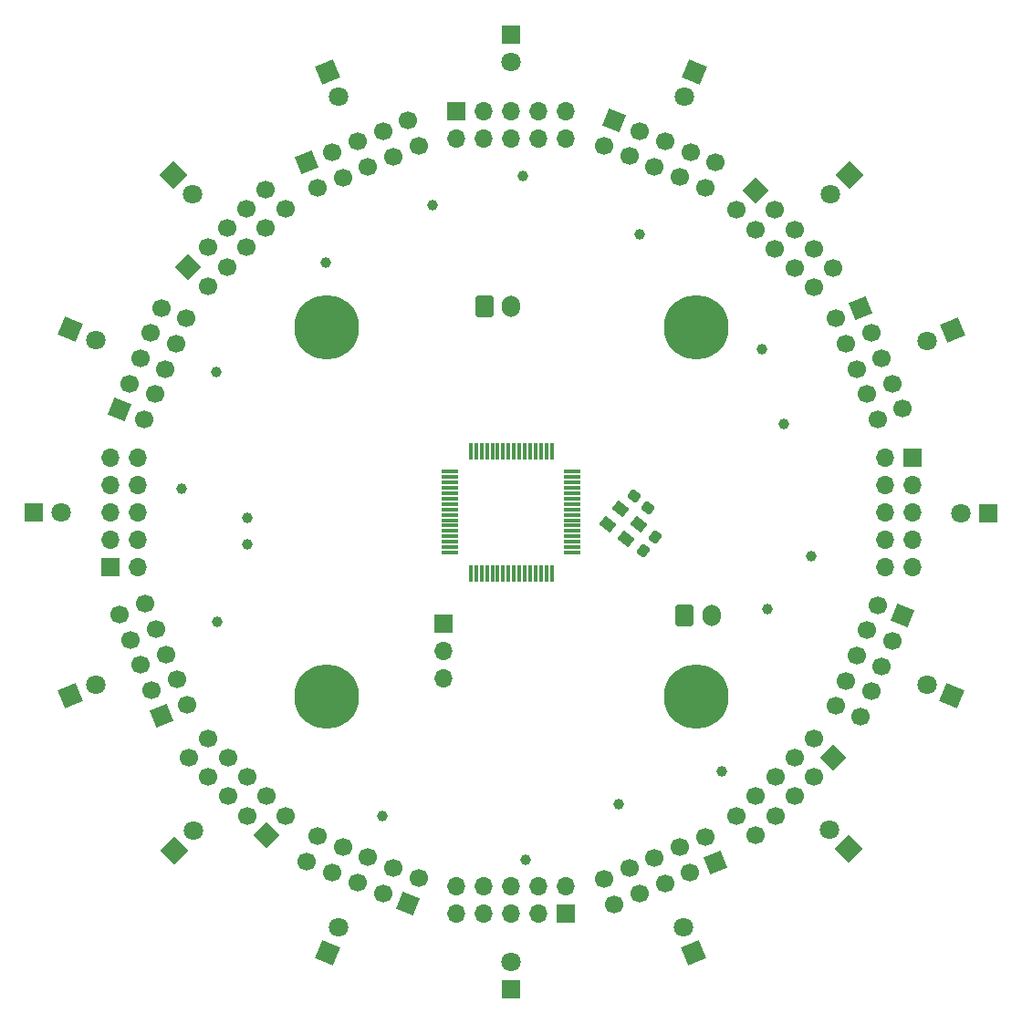
<source format=gbs>
G04 #@! TF.GenerationSoftware,KiCad,Pcbnew,(6.0.8)*
G04 #@! TF.CreationDate,2022-11-17T16:59:53+01:00*
G04 #@! TF.ProjectId,detection_pcb,64657465-6374-4696-9f6e-5f7063622e6b,rev?*
G04 #@! TF.SameCoordinates,Original*
G04 #@! TF.FileFunction,Soldermask,Bot*
G04 #@! TF.FilePolarity,Negative*
%FSLAX46Y46*%
G04 Gerber Fmt 4.6, Leading zero omitted, Abs format (unit mm)*
G04 Created by KiCad (PCBNEW (6.0.8)) date 2022-11-17 16:59:53*
%MOMM*%
%LPD*%
G01*
G04 APERTURE LIST*
G04 Aperture macros list*
%AMRoundRect*
0 Rectangle with rounded corners*
0 $1 Rounding radius*
0 $2 $3 $4 $5 $6 $7 $8 $9 X,Y pos of 4 corners*
0 Add a 4 corners polygon primitive as box body*
4,1,4,$2,$3,$4,$5,$6,$7,$8,$9,$2,$3,0*
0 Add four circle primitives for the rounded corners*
1,1,$1+$1,$2,$3*
1,1,$1+$1,$4,$5*
1,1,$1+$1,$6,$7*
1,1,$1+$1,$8,$9*
0 Add four rect primitives between the rounded corners*
20,1,$1+$1,$2,$3,$4,$5,0*
20,1,$1+$1,$4,$5,$6,$7,0*
20,1,$1+$1,$6,$7,$8,$9,0*
20,1,$1+$1,$8,$9,$2,$3,0*%
%AMHorizOval*
0 Thick line with rounded ends*
0 $1 width*
0 $2 $3 position (X,Y) of the first rounded end (center of the circle)*
0 $4 $5 position (X,Y) of the second rounded end (center of the circle)*
0 Add line between two ends*
20,1,$1,$2,$3,$4,$5,0*
0 Add two circle primitives to create the rounded ends*
1,1,$1,$2,$3*
1,1,$1,$4,$5*%
%AMRotRect*
0 Rectangle, with rotation*
0 The origin of the aperture is its center*
0 $1 length*
0 $2 width*
0 $3 Rotation angle, in degrees counterclockwise*
0 Add horizontal line*
21,1,$1,$2,0,0,$3*%
G04 Aperture macros list end*
%ADD10RoundRect,0.250000X-0.600000X-0.750000X0.600000X-0.750000X0.600000X0.750000X-0.600000X0.750000X0*%
%ADD11O,1.700000X2.000000*%
%ADD12RotRect,1.700000X1.700000X157.500000*%
%ADD13HorizOval,1.700000X0.000000X0.000000X0.000000X0.000000X0*%
%ADD14RotRect,1.700000X1.700000X22.500000*%
%ADD15HorizOval,1.700000X0.000000X0.000000X0.000000X0.000000X0*%
%ADD16C,6.000000*%
%ADD17RotRect,1.700000X1.700000X45.000000*%
%ADD18HorizOval,1.700000X0.000000X0.000000X0.000000X0.000000X0*%
%ADD19RotRect,1.700000X1.700000X67.500000*%
%ADD20HorizOval,1.700000X0.000000X0.000000X0.000000X0.000000X0*%
%ADD21R,1.700000X1.700000*%
%ADD22O,1.700000X1.700000*%
%ADD23RotRect,1.700000X1.700000X292.500000*%
%ADD24HorizOval,1.700000X0.000000X0.000000X0.000000X0.000000X0*%
%ADD25RotRect,1.700000X1.700000X202.500000*%
%ADD26HorizOval,1.700000X0.000000X0.000000X0.000000X0.000000X0*%
%ADD27RotRect,1.700000X1.700000X112.500000*%
%ADD28HorizOval,1.700000X0.000000X0.000000X0.000000X0.000000X0*%
%ADD29RotRect,1.700000X1.700000X225.000000*%
%ADD30HorizOval,1.700000X0.000000X0.000000X0.000000X0.000000X0*%
%ADD31RotRect,1.700000X1.700000X135.000000*%
%ADD32HorizOval,1.700000X0.000000X0.000000X0.000000X0.000000X0*%
%ADD33RotRect,1.700000X1.700000X247.500000*%
%ADD34HorizOval,1.700000X0.000000X0.000000X0.000000X0.000000X0*%
%ADD35RotRect,1.700000X1.700000X315.000000*%
%ADD36HorizOval,1.700000X0.000000X0.000000X0.000000X0.000000X0*%
%ADD37RotRect,1.700000X1.700000X337.500000*%
%ADD38HorizOval,1.700000X0.000000X0.000000X0.000000X0.000000X0*%
%ADD39RotRect,1.800000X1.800000X45.000000*%
%ADD40C,1.800000*%
%ADD41C,1.000000*%
%ADD42R,1.800000X1.800000*%
%ADD43RoundRect,0.237500X-0.382607X0.004224X0.083680X-0.373368X0.382607X-0.004224X-0.083680X0.373368X0*%
%ADD44RotRect,1.800000X1.800000X337.500000*%
%ADD45RotRect,1.800000X1.800000X112.500000*%
%ADD46RotRect,1.800000X1.800000X315.000000*%
%ADD47RotRect,1.800000X1.800000X157.500000*%
%ADD48RotRect,1.300000X1.000000X321.000000*%
%ADD49RotRect,1.800000X1.800000X225.000000*%
%ADD50RotRect,1.800000X1.800000X292.500000*%
%ADD51RoundRect,0.075000X0.700000X0.075000X-0.700000X0.075000X-0.700000X-0.075000X0.700000X-0.075000X0*%
%ADD52RoundRect,0.075000X0.075000X0.700000X-0.075000X0.700000X-0.075000X-0.700000X0.075000X-0.700000X0*%
%ADD53RotRect,1.800000X1.800000X202.500000*%
%ADD54RotRect,1.800000X1.800000X67.500000*%
%ADD55RotRect,1.800000X1.800000X247.500000*%
%ADD56RotRect,1.800000X1.800000X22.500000*%
%ADD57RotRect,1.800000X1.800000X135.000000*%
%ADD58RoundRect,0.237500X-0.004224X-0.382607X0.373368X0.083680X0.004224X0.382607X-0.373368X-0.083680X0*%
G04 APERTURE END LIST*
D10*
X166100000Y-111600000D03*
D11*
X168600000Y-111600000D03*
D12*
X113626129Y-92419901D03*
D13*
X115972783Y-93391917D03*
X114598145Y-90073247D03*
X116944799Y-91045263D03*
X115570161Y-87726593D03*
X117916815Y-88698609D03*
X116542177Y-85379939D03*
X118888831Y-86351955D03*
X117514193Y-83033285D03*
X119860847Y-84005301D03*
D14*
X182435828Y-83023390D03*
D15*
X180089174Y-83995406D03*
X183407844Y-85370044D03*
X181061190Y-86342060D03*
X184379860Y-87716698D03*
X182033206Y-88688714D03*
X185351876Y-90063352D03*
X183005222Y-91035368D03*
X186323892Y-92410006D03*
X183977237Y-93382022D03*
D16*
X132850000Y-119150000D03*
D17*
X172677639Y-72145228D03*
D18*
X170881588Y-73941279D03*
X174473690Y-73941279D03*
X172677639Y-75737330D03*
X176269741Y-75737330D03*
X174473690Y-77533382D03*
X178065793Y-77533382D03*
X176269741Y-79329433D03*
X179861844Y-79329433D03*
X178065793Y-81125484D03*
D19*
X159580099Y-65626129D03*
D20*
X158608083Y-67972783D03*
X161926753Y-66598145D03*
X160954737Y-68944799D03*
X164273407Y-67570161D03*
X163301391Y-69916815D03*
X166620061Y-68542177D03*
X165648045Y-70888831D03*
X168966715Y-69514193D03*
X167994699Y-71860847D03*
D16*
X167150000Y-119150000D03*
D21*
X112775000Y-107075000D03*
D22*
X115315000Y-107075000D03*
X112775000Y-104535000D03*
X115315000Y-104535000D03*
X112775000Y-101995000D03*
X115315000Y-101995000D03*
X112775000Y-99455000D03*
X115315000Y-99455000D03*
X112775000Y-96915000D03*
X115315000Y-96915000D03*
D23*
X168956709Y-134509699D03*
D24*
X167984693Y-132163045D03*
X166610055Y-135481715D03*
X165638039Y-133135061D03*
X164263401Y-136453731D03*
X163291385Y-134107077D03*
X161916747Y-137425747D03*
X160944731Y-135079093D03*
X159570093Y-138397763D03*
X158598077Y-136051108D03*
D25*
X117580987Y-120878001D03*
D26*
X119927641Y-119905985D03*
X116608971Y-118531347D03*
X118955625Y-117559331D03*
X115636955Y-116184693D03*
X117983609Y-115212677D03*
X114664939Y-113838039D03*
X117011593Y-112866023D03*
X113692923Y-111491385D03*
X116039578Y-110519369D03*
D27*
X131049983Y-69534333D03*
D28*
X132021999Y-71880987D03*
X133396637Y-68562317D03*
X134368653Y-70908971D03*
X135743291Y-67590301D03*
X136715307Y-69936955D03*
X138089945Y-66618285D03*
X139061961Y-68964939D03*
X140436599Y-65646269D03*
X141408615Y-67992924D03*
D21*
X144925000Y-64775000D03*
D22*
X144925000Y-67315000D03*
X147465000Y-64775000D03*
X147465000Y-67315000D03*
X150005000Y-64775000D03*
X150005000Y-67315000D03*
X152545000Y-64775000D03*
X152545000Y-67315000D03*
X155085000Y-64775000D03*
X155085000Y-67315000D03*
D21*
X155075000Y-139275000D03*
D22*
X155075000Y-136735000D03*
X152535000Y-139275000D03*
X152535000Y-136735000D03*
X149995000Y-139275000D03*
X149995000Y-136735000D03*
X147455000Y-139275000D03*
X147455000Y-136735000D03*
X144915000Y-139275000D03*
X144915000Y-136735000D03*
D29*
X127296051Y-131988154D03*
D30*
X129092102Y-130192103D03*
X125500000Y-130192103D03*
X127296051Y-128396052D03*
X123703949Y-128396052D03*
X125500000Y-126600000D03*
X121907897Y-126600000D03*
X123703949Y-124803949D03*
X120111846Y-124803949D03*
X121907897Y-123007898D03*
D10*
X147500000Y-82900000D03*
D11*
X150000000Y-82900000D03*
D16*
X132860000Y-84850000D03*
D21*
X143700000Y-112375000D03*
D22*
X143700000Y-114915000D03*
X143700000Y-117455000D03*
D31*
X120045228Y-79222362D03*
D32*
X121841279Y-81018413D03*
X121841279Y-77426311D03*
X123637330Y-79222362D03*
X123637330Y-75630260D03*
X125433382Y-77426311D03*
X125433382Y-73834208D03*
X127229433Y-75630260D03*
X127229433Y-72038157D03*
X129025484Y-73834208D03*
D33*
X140436599Y-138353731D03*
D34*
X141408615Y-136007077D03*
X138089945Y-137381715D03*
X139061961Y-135035061D03*
X135743291Y-136409699D03*
X136715307Y-134063045D03*
X133396637Y-135437683D03*
X134368653Y-133091029D03*
X131049983Y-134465667D03*
X132021999Y-132119013D03*
D35*
X179888154Y-124803949D03*
D36*
X178092103Y-123007898D03*
X178092103Y-126600000D03*
X176296052Y-124803949D03*
X176296052Y-128396051D03*
X174500000Y-126600000D03*
X174500000Y-130192103D03*
X172703949Y-128396051D03*
X172703949Y-131988154D03*
X170907898Y-130192103D03*
D37*
X186320065Y-111599234D03*
D38*
X183973411Y-110627218D03*
X185348049Y-113945888D03*
X183001395Y-112973872D03*
X184376033Y-116292542D03*
X182029379Y-115320526D03*
X183404017Y-118639196D03*
X181057363Y-117667180D03*
X182432001Y-120985850D03*
X180085347Y-120013834D03*
D21*
X187200000Y-96920000D03*
D22*
X184660000Y-96920000D03*
X187200000Y-99460000D03*
X184660000Y-99460000D03*
X187200000Y-102000000D03*
X184660000Y-102000000D03*
X187200000Y-104540000D03*
X184660000Y-104540000D03*
X187200000Y-107080000D03*
X184660000Y-107080000D03*
D16*
X167150000Y-84850000D03*
D39*
X118700000Y-133400000D03*
D40*
X120496051Y-131603949D03*
D41*
X125500000Y-102500000D03*
D42*
X150000000Y-146275000D03*
D40*
X150000000Y-143735000D03*
D41*
X132800000Y-78800000D03*
D43*
X161379712Y-100507211D03*
X162720288Y-101592789D03*
D42*
X150000000Y-57625000D03*
D40*
X150000000Y-60165000D03*
D41*
X122600000Y-89000000D03*
D42*
X194275000Y-102100000D03*
D40*
X191735000Y-102100000D03*
D44*
X109075000Y-85027984D03*
D40*
X111421654Y-86000000D03*
D41*
X169500000Y-126100000D03*
X151300000Y-134300000D03*
D45*
X166925000Y-142900000D03*
D40*
X165952984Y-140553346D03*
D41*
X142700000Y-73500000D03*
D46*
X118675000Y-70698439D03*
D40*
X120471051Y-72494490D03*
D47*
X190900000Y-119000000D03*
D40*
X188553346Y-118027984D03*
D41*
X161900000Y-76200000D03*
D48*
X160111528Y-101708316D03*
X161821249Y-103092821D03*
X160688472Y-104491684D03*
X158978751Y-103107179D03*
D49*
X181375000Y-70700000D03*
D40*
X179578949Y-72496051D03*
D50*
X133000000Y-61100000D03*
D40*
X133972016Y-63446654D03*
D51*
X155675000Y-98250000D03*
X155675000Y-98750000D03*
X155675000Y-99250000D03*
X155675000Y-99750000D03*
X155675000Y-100250000D03*
X155675000Y-100750000D03*
X155675000Y-101250000D03*
X155675000Y-101750000D03*
X155675000Y-102250000D03*
X155675000Y-102750000D03*
X155675000Y-103250000D03*
X155675000Y-103750000D03*
X155675000Y-104250000D03*
X155675000Y-104750000D03*
X155675000Y-105250000D03*
X155675000Y-105750000D03*
D52*
X153750000Y-107675000D03*
X153250000Y-107675000D03*
X152750000Y-107675000D03*
X152250000Y-107675000D03*
X151750000Y-107675000D03*
X151250000Y-107675000D03*
X150750000Y-107675000D03*
X150250000Y-107675000D03*
X149750000Y-107675000D03*
X149250000Y-107675000D03*
X148750000Y-107675000D03*
X148250000Y-107675000D03*
X147750000Y-107675000D03*
X147250000Y-107675000D03*
X146750000Y-107675000D03*
X146250000Y-107675000D03*
D51*
X144325000Y-105750000D03*
X144325000Y-105250000D03*
X144325000Y-104750000D03*
X144325000Y-104250000D03*
X144325000Y-103750000D03*
X144325000Y-103250000D03*
X144325000Y-102750000D03*
X144325000Y-102250000D03*
X144325000Y-101750000D03*
X144325000Y-101250000D03*
X144325000Y-100750000D03*
X144325000Y-100250000D03*
X144325000Y-99750000D03*
X144325000Y-99250000D03*
X144325000Y-98750000D03*
X144325000Y-98250000D03*
D52*
X146250000Y-96325000D03*
X146750000Y-96325000D03*
X147250000Y-96325000D03*
X147750000Y-96325000D03*
X148250000Y-96325000D03*
X148750000Y-96325000D03*
X149250000Y-96325000D03*
X149750000Y-96325000D03*
X150250000Y-96325000D03*
X150750000Y-96325000D03*
X151250000Y-96325000D03*
X151750000Y-96325000D03*
X152250000Y-96325000D03*
X152750000Y-96325000D03*
X153250000Y-96325000D03*
X153750000Y-96325000D03*
D41*
X173300000Y-86900000D03*
X175300000Y-93800000D03*
D53*
X190975000Y-85100000D03*
D40*
X188628346Y-86072016D03*
D41*
X122700000Y-112200000D03*
X138000000Y-130200000D03*
D54*
X133000000Y-142900000D03*
D40*
X133972016Y-140553346D03*
D41*
X177800000Y-106100000D03*
D55*
X167000000Y-61100000D03*
D40*
X166027984Y-63446654D03*
D42*
X105725000Y-102000000D03*
D40*
X108265000Y-102000000D03*
D41*
X173800000Y-111000000D03*
X160000000Y-129100000D03*
D56*
X109125000Y-119000000D03*
D40*
X111471654Y-118027984D03*
D41*
X151100000Y-70800000D03*
X125500000Y-105000000D03*
D57*
X181325000Y-133296051D03*
D40*
X179528949Y-131500000D03*
D41*
X119400000Y-99800000D03*
D58*
X162257211Y-105620288D03*
X163342789Y-104279712D03*
M02*

</source>
